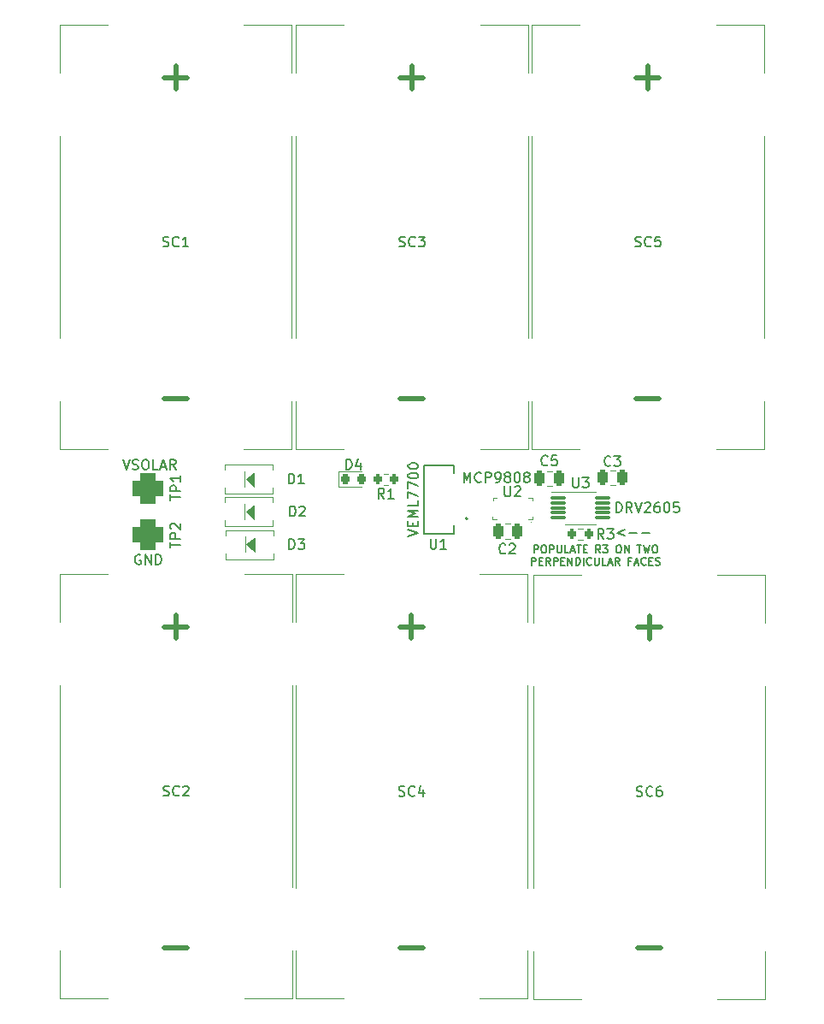
<source format=gbr>
%TF.GenerationSoftware,KiCad,Pcbnew,(6.0.11)*%
%TF.CreationDate,2023-03-22T15:14:06-07:00*%
%TF.ProjectId,solar-panel-NoCutout,736f6c61-722d-4706-916e-656c2d4e6f43,3.0*%
%TF.SameCoordinates,Original*%
%TF.FileFunction,Legend,Top*%
%TF.FilePolarity,Positive*%
%FSLAX46Y46*%
G04 Gerber Fmt 4.6, Leading zero omitted, Abs format (unit mm)*
G04 Created by KiCad (PCBNEW (6.0.11)) date 2023-03-22 15:14:06*
%MOMM*%
%LPD*%
G01*
G04 APERTURE LIST*
G04 Aperture macros list*
%AMRoundRect*
0 Rectangle with rounded corners*
0 $1 Rounding radius*
0 $2 $3 $4 $5 $6 $7 $8 $9 X,Y pos of 4 corners*
0 Add a 4 corners polygon primitive as box body*
4,1,4,$2,$3,$4,$5,$6,$7,$8,$9,$2,$3,0*
0 Add four circle primitives for the rounded corners*
1,1,$1+$1,$2,$3*
1,1,$1+$1,$4,$5*
1,1,$1+$1,$6,$7*
1,1,$1+$1,$8,$9*
0 Add four rect primitives between the rounded corners*
20,1,$1+$1,$2,$3,$4,$5,0*
20,1,$1+$1,$4,$5,$6,$7,0*
20,1,$1+$1,$6,$7,$8,$9,0*
20,1,$1+$1,$8,$9,$2,$3,0*%
G04 Aperture macros list end*
%ADD10C,0.150000*%
%ADD11C,0.500000*%
%ADD12C,0.120000*%
%ADD13C,0.100000*%
%ADD14C,0.127000*%
%ADD15C,0.200000*%
%ADD16C,5.250000*%
%ADD17R,0.750000X0.300000*%
%ADD18R,1.750000X1.450000*%
%ADD19R,13.000000X3.000000*%
%ADD20RoundRect,0.750000X0.750000X-0.750000X0.750000X0.750000X-0.750000X0.750000X-0.750000X-0.750000X0*%
%ADD21R,2.500000X1.700000*%
%ADD22RoundRect,0.250000X-0.250000X-0.475000X0.250000X-0.475000X0.250000X0.475000X-0.250000X0.475000X0*%
%ADD23RoundRect,0.250000X0.250000X0.475000X-0.250000X0.475000X-0.250000X-0.475000X0.250000X-0.475000X0*%
%ADD24R,1.600000X0.700000*%
%ADD25RoundRect,0.200000X0.200000X0.275000X-0.200000X0.275000X-0.200000X-0.275000X0.200000X-0.275000X0*%
%ADD26RoundRect,0.218750X-0.218750X-0.256250X0.218750X-0.256250X0.218750X0.256250X-0.218750X0.256250X0*%
%ADD27RoundRect,0.075000X-0.650000X-0.075000X0.650000X-0.075000X0.650000X0.075000X-0.650000X0.075000X0*%
G04 APERTURE END LIST*
D10*
X117598095Y-119010000D02*
X117502857Y-118962380D01*
X117360000Y-118962380D01*
X117217142Y-119010000D01*
X117121904Y-119105238D01*
X117074285Y-119200476D01*
X117026666Y-119390952D01*
X117026666Y-119533809D01*
X117074285Y-119724285D01*
X117121904Y-119819523D01*
X117217142Y-119914761D01*
X117360000Y-119962380D01*
X117455238Y-119962380D01*
X117598095Y-119914761D01*
X117645714Y-119867142D01*
X117645714Y-119533809D01*
X117455238Y-119533809D01*
X118074285Y-119962380D02*
X118074285Y-118962380D01*
X118645714Y-119962380D01*
X118645714Y-118962380D01*
X119121904Y-119962380D02*
X119121904Y-118962380D01*
X119360000Y-118962380D01*
X119502857Y-119010000D01*
X119598095Y-119105238D01*
X119645714Y-119200476D01*
X119693333Y-119390952D01*
X119693333Y-119533809D01*
X119645714Y-119724285D01*
X119598095Y-119819523D01*
X119502857Y-119914761D01*
X119360000Y-119962380D01*
X119121904Y-119962380D01*
X149621904Y-111852380D02*
X149621904Y-110852380D01*
X149955238Y-111566666D01*
X150288571Y-110852380D01*
X150288571Y-111852380D01*
X151336190Y-111757142D02*
X151288571Y-111804761D01*
X151145714Y-111852380D01*
X151050476Y-111852380D01*
X150907619Y-111804761D01*
X150812380Y-111709523D01*
X150764761Y-111614285D01*
X150717142Y-111423809D01*
X150717142Y-111280952D01*
X150764761Y-111090476D01*
X150812380Y-110995238D01*
X150907619Y-110900000D01*
X151050476Y-110852380D01*
X151145714Y-110852380D01*
X151288571Y-110900000D01*
X151336190Y-110947619D01*
X151764761Y-111852380D02*
X151764761Y-110852380D01*
X152145714Y-110852380D01*
X152240952Y-110900000D01*
X152288571Y-110947619D01*
X152336190Y-111042857D01*
X152336190Y-111185714D01*
X152288571Y-111280952D01*
X152240952Y-111328571D01*
X152145714Y-111376190D01*
X151764761Y-111376190D01*
X152812380Y-111852380D02*
X153002857Y-111852380D01*
X153098095Y-111804761D01*
X153145714Y-111757142D01*
X153240952Y-111614285D01*
X153288571Y-111423809D01*
X153288571Y-111042857D01*
X153240952Y-110947619D01*
X153193333Y-110900000D01*
X153098095Y-110852380D01*
X152907619Y-110852380D01*
X152812380Y-110900000D01*
X152764761Y-110947619D01*
X152717142Y-111042857D01*
X152717142Y-111280952D01*
X152764761Y-111376190D01*
X152812380Y-111423809D01*
X152907619Y-111471428D01*
X153098095Y-111471428D01*
X153193333Y-111423809D01*
X153240952Y-111376190D01*
X153288571Y-111280952D01*
X153860000Y-111280952D02*
X153764761Y-111233333D01*
X153717142Y-111185714D01*
X153669523Y-111090476D01*
X153669523Y-111042857D01*
X153717142Y-110947619D01*
X153764761Y-110900000D01*
X153860000Y-110852380D01*
X154050476Y-110852380D01*
X154145714Y-110900000D01*
X154193333Y-110947619D01*
X154240952Y-111042857D01*
X154240952Y-111090476D01*
X154193333Y-111185714D01*
X154145714Y-111233333D01*
X154050476Y-111280952D01*
X153860000Y-111280952D01*
X153764761Y-111328571D01*
X153717142Y-111376190D01*
X153669523Y-111471428D01*
X153669523Y-111661904D01*
X153717142Y-111757142D01*
X153764761Y-111804761D01*
X153860000Y-111852380D01*
X154050476Y-111852380D01*
X154145714Y-111804761D01*
X154193333Y-111757142D01*
X154240952Y-111661904D01*
X154240952Y-111471428D01*
X154193333Y-111376190D01*
X154145714Y-111328571D01*
X154050476Y-111280952D01*
X154860000Y-110852380D02*
X154955238Y-110852380D01*
X155050476Y-110900000D01*
X155098095Y-110947619D01*
X155145714Y-111042857D01*
X155193333Y-111233333D01*
X155193333Y-111471428D01*
X155145714Y-111661904D01*
X155098095Y-111757142D01*
X155050476Y-111804761D01*
X154955238Y-111852380D01*
X154860000Y-111852380D01*
X154764761Y-111804761D01*
X154717142Y-111757142D01*
X154669523Y-111661904D01*
X154621904Y-111471428D01*
X154621904Y-111233333D01*
X154669523Y-111042857D01*
X154717142Y-110947619D01*
X154764761Y-110900000D01*
X154860000Y-110852380D01*
X155764761Y-111280952D02*
X155669523Y-111233333D01*
X155621904Y-111185714D01*
X155574285Y-111090476D01*
X155574285Y-111042857D01*
X155621904Y-110947619D01*
X155669523Y-110900000D01*
X155764761Y-110852380D01*
X155955238Y-110852380D01*
X156050476Y-110900000D01*
X156098095Y-110947619D01*
X156145714Y-111042857D01*
X156145714Y-111090476D01*
X156098095Y-111185714D01*
X156050476Y-111233333D01*
X155955238Y-111280952D01*
X155764761Y-111280952D01*
X155669523Y-111328571D01*
X155621904Y-111376190D01*
X155574285Y-111471428D01*
X155574285Y-111661904D01*
X155621904Y-111757142D01*
X155669523Y-111804761D01*
X155764761Y-111852380D01*
X155955238Y-111852380D01*
X156050476Y-111804761D01*
X156098095Y-111757142D01*
X156145714Y-111661904D01*
X156145714Y-111471428D01*
X156098095Y-111376190D01*
X156050476Y-111328571D01*
X155955238Y-111280952D01*
X165552857Y-116545714D02*
X164790952Y-116831428D01*
X165552857Y-117117142D01*
X166029047Y-116831428D02*
X166790952Y-116831428D01*
X167267142Y-116831428D02*
X168029047Y-116831428D01*
X144112380Y-117176666D02*
X145112380Y-116843333D01*
X144112380Y-116510000D01*
X144588571Y-116176666D02*
X144588571Y-115843333D01*
X145112380Y-115700476D02*
X145112380Y-116176666D01*
X144112380Y-116176666D01*
X144112380Y-115700476D01*
X145112380Y-115271904D02*
X144112380Y-115271904D01*
X144826666Y-114938571D01*
X144112380Y-114605238D01*
X145112380Y-114605238D01*
X145112380Y-113652857D02*
X145112380Y-114129047D01*
X144112380Y-114129047D01*
X144112380Y-113414761D02*
X144112380Y-112748095D01*
X145112380Y-113176666D01*
X144112380Y-112462380D02*
X144112380Y-111795714D01*
X145112380Y-112224285D01*
X144112380Y-111224285D02*
X144112380Y-111129047D01*
X144160000Y-111033809D01*
X144207619Y-110986190D01*
X144302857Y-110938571D01*
X144493333Y-110890952D01*
X144731428Y-110890952D01*
X144921904Y-110938571D01*
X145017142Y-110986190D01*
X145064761Y-111033809D01*
X145112380Y-111129047D01*
X145112380Y-111224285D01*
X145064761Y-111319523D01*
X145017142Y-111367142D01*
X144921904Y-111414761D01*
X144731428Y-111462380D01*
X144493333Y-111462380D01*
X144302857Y-111414761D01*
X144207619Y-111367142D01*
X144160000Y-111319523D01*
X144112380Y-111224285D01*
X144112380Y-110271904D02*
X144112380Y-110176666D01*
X144160000Y-110081428D01*
X144207619Y-110033809D01*
X144302857Y-109986190D01*
X144493333Y-109938571D01*
X144731428Y-109938571D01*
X144921904Y-109986190D01*
X145017142Y-110033809D01*
X145064761Y-110081428D01*
X145112380Y-110176666D01*
X145112380Y-110271904D01*
X145064761Y-110367142D01*
X145017142Y-110414761D01*
X144921904Y-110462380D01*
X144731428Y-110510000D01*
X144493333Y-110510000D01*
X144302857Y-110462380D01*
X144207619Y-110414761D01*
X144160000Y-110367142D01*
X144112380Y-110271904D01*
X164724761Y-114812380D02*
X164724761Y-113812380D01*
X164962857Y-113812380D01*
X165105714Y-113860000D01*
X165200952Y-113955238D01*
X165248571Y-114050476D01*
X165296190Y-114240952D01*
X165296190Y-114383809D01*
X165248571Y-114574285D01*
X165200952Y-114669523D01*
X165105714Y-114764761D01*
X164962857Y-114812380D01*
X164724761Y-114812380D01*
X166296190Y-114812380D02*
X165962857Y-114336190D01*
X165724761Y-114812380D02*
X165724761Y-113812380D01*
X166105714Y-113812380D01*
X166200952Y-113860000D01*
X166248571Y-113907619D01*
X166296190Y-114002857D01*
X166296190Y-114145714D01*
X166248571Y-114240952D01*
X166200952Y-114288571D01*
X166105714Y-114336190D01*
X165724761Y-114336190D01*
X166581904Y-113812380D02*
X166915238Y-114812380D01*
X167248571Y-113812380D01*
X167534285Y-113907619D02*
X167581904Y-113860000D01*
X167677142Y-113812380D01*
X167915238Y-113812380D01*
X168010476Y-113860000D01*
X168058095Y-113907619D01*
X168105714Y-114002857D01*
X168105714Y-114098095D01*
X168058095Y-114240952D01*
X167486666Y-114812380D01*
X168105714Y-114812380D01*
X168962857Y-113812380D02*
X168772380Y-113812380D01*
X168677142Y-113860000D01*
X168629523Y-113907619D01*
X168534285Y-114050476D01*
X168486666Y-114240952D01*
X168486666Y-114621904D01*
X168534285Y-114717142D01*
X168581904Y-114764761D01*
X168677142Y-114812380D01*
X168867619Y-114812380D01*
X168962857Y-114764761D01*
X169010476Y-114717142D01*
X169058095Y-114621904D01*
X169058095Y-114383809D01*
X169010476Y-114288571D01*
X168962857Y-114240952D01*
X168867619Y-114193333D01*
X168677142Y-114193333D01*
X168581904Y-114240952D01*
X168534285Y-114288571D01*
X168486666Y-114383809D01*
X169677142Y-113812380D02*
X169772380Y-113812380D01*
X169867619Y-113860000D01*
X169915238Y-113907619D01*
X169962857Y-114002857D01*
X170010476Y-114193333D01*
X170010476Y-114431428D01*
X169962857Y-114621904D01*
X169915238Y-114717142D01*
X169867619Y-114764761D01*
X169772380Y-114812380D01*
X169677142Y-114812380D01*
X169581904Y-114764761D01*
X169534285Y-114717142D01*
X169486666Y-114621904D01*
X169439047Y-114431428D01*
X169439047Y-114193333D01*
X169486666Y-114002857D01*
X169534285Y-113907619D01*
X169581904Y-113860000D01*
X169677142Y-113812380D01*
X170915238Y-113812380D02*
X170439047Y-113812380D01*
X170391428Y-114288571D01*
X170439047Y-114240952D01*
X170534285Y-114193333D01*
X170772380Y-114193333D01*
X170867619Y-114240952D01*
X170915238Y-114288571D01*
X170962857Y-114383809D01*
X170962857Y-114621904D01*
X170915238Y-114717142D01*
X170867619Y-114764761D01*
X170772380Y-114812380D01*
X170534285Y-114812380D01*
X170439047Y-114764761D01*
X170391428Y-114717142D01*
X156580714Y-118815535D02*
X156580714Y-118065535D01*
X156866428Y-118065535D01*
X156937857Y-118101250D01*
X156973571Y-118136964D01*
X157009285Y-118208392D01*
X157009285Y-118315535D01*
X156973571Y-118386964D01*
X156937857Y-118422678D01*
X156866428Y-118458392D01*
X156580714Y-118458392D01*
X157473571Y-118065535D02*
X157616428Y-118065535D01*
X157687857Y-118101250D01*
X157759285Y-118172678D01*
X157795000Y-118315535D01*
X157795000Y-118565535D01*
X157759285Y-118708392D01*
X157687857Y-118779821D01*
X157616428Y-118815535D01*
X157473571Y-118815535D01*
X157402142Y-118779821D01*
X157330714Y-118708392D01*
X157295000Y-118565535D01*
X157295000Y-118315535D01*
X157330714Y-118172678D01*
X157402142Y-118101250D01*
X157473571Y-118065535D01*
X158116428Y-118815535D02*
X158116428Y-118065535D01*
X158402142Y-118065535D01*
X158473571Y-118101250D01*
X158509285Y-118136964D01*
X158545000Y-118208392D01*
X158545000Y-118315535D01*
X158509285Y-118386964D01*
X158473571Y-118422678D01*
X158402142Y-118458392D01*
X158116428Y-118458392D01*
X158866428Y-118065535D02*
X158866428Y-118672678D01*
X158902142Y-118744107D01*
X158937857Y-118779821D01*
X159009285Y-118815535D01*
X159152142Y-118815535D01*
X159223571Y-118779821D01*
X159259285Y-118744107D01*
X159295000Y-118672678D01*
X159295000Y-118065535D01*
X160009285Y-118815535D02*
X159652142Y-118815535D01*
X159652142Y-118065535D01*
X160223571Y-118601250D02*
X160580714Y-118601250D01*
X160152142Y-118815535D02*
X160402142Y-118065535D01*
X160652142Y-118815535D01*
X160795000Y-118065535D02*
X161223571Y-118065535D01*
X161009285Y-118815535D02*
X161009285Y-118065535D01*
X161473571Y-118422678D02*
X161723571Y-118422678D01*
X161830714Y-118815535D02*
X161473571Y-118815535D01*
X161473571Y-118065535D01*
X161830714Y-118065535D01*
X163152142Y-118815535D02*
X162902142Y-118458392D01*
X162723571Y-118815535D02*
X162723571Y-118065535D01*
X163009285Y-118065535D01*
X163080714Y-118101250D01*
X163116428Y-118136964D01*
X163152142Y-118208392D01*
X163152142Y-118315535D01*
X163116428Y-118386964D01*
X163080714Y-118422678D01*
X163009285Y-118458392D01*
X162723571Y-118458392D01*
X163402142Y-118065535D02*
X163866428Y-118065535D01*
X163616428Y-118351250D01*
X163723571Y-118351250D01*
X163795000Y-118386964D01*
X163830714Y-118422678D01*
X163866428Y-118494107D01*
X163866428Y-118672678D01*
X163830714Y-118744107D01*
X163795000Y-118779821D01*
X163723571Y-118815535D01*
X163509285Y-118815535D01*
X163437857Y-118779821D01*
X163402142Y-118744107D01*
X164902142Y-118065535D02*
X165045000Y-118065535D01*
X165116428Y-118101250D01*
X165187857Y-118172678D01*
X165223571Y-118315535D01*
X165223571Y-118565535D01*
X165187857Y-118708392D01*
X165116428Y-118779821D01*
X165045000Y-118815535D01*
X164902142Y-118815535D01*
X164830714Y-118779821D01*
X164759285Y-118708392D01*
X164723571Y-118565535D01*
X164723571Y-118315535D01*
X164759285Y-118172678D01*
X164830714Y-118101250D01*
X164902142Y-118065535D01*
X165545000Y-118815535D02*
X165545000Y-118065535D01*
X165973571Y-118815535D01*
X165973571Y-118065535D01*
X166795000Y-118065535D02*
X167223571Y-118065535D01*
X167009285Y-118815535D02*
X167009285Y-118065535D01*
X167402142Y-118065535D02*
X167580714Y-118815535D01*
X167723571Y-118279821D01*
X167866428Y-118815535D01*
X168045000Y-118065535D01*
X168473571Y-118065535D02*
X168616428Y-118065535D01*
X168687857Y-118101250D01*
X168759285Y-118172678D01*
X168795000Y-118315535D01*
X168795000Y-118565535D01*
X168759285Y-118708392D01*
X168687857Y-118779821D01*
X168616428Y-118815535D01*
X168473571Y-118815535D01*
X168402142Y-118779821D01*
X168330714Y-118708392D01*
X168295000Y-118565535D01*
X168295000Y-118315535D01*
X168330714Y-118172678D01*
X168402142Y-118101250D01*
X168473571Y-118065535D01*
X156330714Y-120023035D02*
X156330714Y-119273035D01*
X156616428Y-119273035D01*
X156687857Y-119308750D01*
X156723571Y-119344464D01*
X156759285Y-119415892D01*
X156759285Y-119523035D01*
X156723571Y-119594464D01*
X156687857Y-119630178D01*
X156616428Y-119665892D01*
X156330714Y-119665892D01*
X157080714Y-119630178D02*
X157330714Y-119630178D01*
X157437857Y-120023035D02*
X157080714Y-120023035D01*
X157080714Y-119273035D01*
X157437857Y-119273035D01*
X158187857Y-120023035D02*
X157937857Y-119665892D01*
X157759285Y-120023035D02*
X157759285Y-119273035D01*
X158045000Y-119273035D01*
X158116428Y-119308750D01*
X158152142Y-119344464D01*
X158187857Y-119415892D01*
X158187857Y-119523035D01*
X158152142Y-119594464D01*
X158116428Y-119630178D01*
X158045000Y-119665892D01*
X157759285Y-119665892D01*
X158509285Y-120023035D02*
X158509285Y-119273035D01*
X158795000Y-119273035D01*
X158866428Y-119308750D01*
X158902142Y-119344464D01*
X158937857Y-119415892D01*
X158937857Y-119523035D01*
X158902142Y-119594464D01*
X158866428Y-119630178D01*
X158795000Y-119665892D01*
X158509285Y-119665892D01*
X159259285Y-119630178D02*
X159509285Y-119630178D01*
X159616428Y-120023035D02*
X159259285Y-120023035D01*
X159259285Y-119273035D01*
X159616428Y-119273035D01*
X159937857Y-120023035D02*
X159937857Y-119273035D01*
X160366428Y-120023035D01*
X160366428Y-119273035D01*
X160723571Y-120023035D02*
X160723571Y-119273035D01*
X160902142Y-119273035D01*
X161009285Y-119308750D01*
X161080714Y-119380178D01*
X161116428Y-119451607D01*
X161152142Y-119594464D01*
X161152142Y-119701607D01*
X161116428Y-119844464D01*
X161080714Y-119915892D01*
X161009285Y-119987321D01*
X160902142Y-120023035D01*
X160723571Y-120023035D01*
X161473571Y-120023035D02*
X161473571Y-119273035D01*
X162259285Y-119951607D02*
X162223571Y-119987321D01*
X162116428Y-120023035D01*
X162045000Y-120023035D01*
X161937857Y-119987321D01*
X161866428Y-119915892D01*
X161830714Y-119844464D01*
X161795000Y-119701607D01*
X161795000Y-119594464D01*
X161830714Y-119451607D01*
X161866428Y-119380178D01*
X161937857Y-119308750D01*
X162045000Y-119273035D01*
X162116428Y-119273035D01*
X162223571Y-119308750D01*
X162259285Y-119344464D01*
X162580714Y-119273035D02*
X162580714Y-119880178D01*
X162616428Y-119951607D01*
X162652142Y-119987321D01*
X162723571Y-120023035D01*
X162866428Y-120023035D01*
X162937857Y-119987321D01*
X162973571Y-119951607D01*
X163009285Y-119880178D01*
X163009285Y-119273035D01*
X163723571Y-120023035D02*
X163366428Y-120023035D01*
X163366428Y-119273035D01*
X163937857Y-119808750D02*
X164295000Y-119808750D01*
X163866428Y-120023035D02*
X164116428Y-119273035D01*
X164366428Y-120023035D01*
X165045000Y-120023035D02*
X164795000Y-119665892D01*
X164616428Y-120023035D02*
X164616428Y-119273035D01*
X164902142Y-119273035D01*
X164973571Y-119308750D01*
X165009285Y-119344464D01*
X165045000Y-119415892D01*
X165045000Y-119523035D01*
X165009285Y-119594464D01*
X164973571Y-119630178D01*
X164902142Y-119665892D01*
X164616428Y-119665892D01*
X166187857Y-119630178D02*
X165937857Y-119630178D01*
X165937857Y-120023035D02*
X165937857Y-119273035D01*
X166295000Y-119273035D01*
X166545000Y-119808750D02*
X166902142Y-119808750D01*
X166473571Y-120023035D02*
X166723571Y-119273035D01*
X166973571Y-120023035D01*
X167652142Y-119951607D02*
X167616428Y-119987321D01*
X167509285Y-120023035D01*
X167437857Y-120023035D01*
X167330714Y-119987321D01*
X167259285Y-119915892D01*
X167223571Y-119844464D01*
X167187857Y-119701607D01*
X167187857Y-119594464D01*
X167223571Y-119451607D01*
X167259285Y-119380178D01*
X167330714Y-119308750D01*
X167437857Y-119273035D01*
X167509285Y-119273035D01*
X167616428Y-119308750D01*
X167652142Y-119344464D01*
X167973571Y-119630178D02*
X168223571Y-119630178D01*
X168330714Y-120023035D02*
X167973571Y-120023035D01*
X167973571Y-119273035D01*
X168330714Y-119273035D01*
X168616428Y-119987321D02*
X168723571Y-120023035D01*
X168902142Y-120023035D01*
X168973571Y-119987321D01*
X169009285Y-119951607D01*
X169045000Y-119880178D01*
X169045000Y-119808750D01*
X169009285Y-119737321D01*
X168973571Y-119701607D01*
X168902142Y-119665892D01*
X168759285Y-119630178D01*
X168687857Y-119594464D01*
X168652142Y-119558750D01*
X168616428Y-119487321D01*
X168616428Y-119415892D01*
X168652142Y-119344464D01*
X168687857Y-119308750D01*
X168759285Y-119273035D01*
X168937857Y-119273035D01*
X169045000Y-119308750D01*
X115853333Y-109582380D02*
X116186666Y-110582380D01*
X116520000Y-109582380D01*
X116805714Y-110534761D02*
X116948571Y-110582380D01*
X117186666Y-110582380D01*
X117281904Y-110534761D01*
X117329523Y-110487142D01*
X117377142Y-110391904D01*
X117377142Y-110296666D01*
X117329523Y-110201428D01*
X117281904Y-110153809D01*
X117186666Y-110106190D01*
X116996190Y-110058571D01*
X116900952Y-110010952D01*
X116853333Y-109963333D01*
X116805714Y-109868095D01*
X116805714Y-109772857D01*
X116853333Y-109677619D01*
X116900952Y-109630000D01*
X116996190Y-109582380D01*
X117234285Y-109582380D01*
X117377142Y-109630000D01*
X117996190Y-109582380D02*
X118186666Y-109582380D01*
X118281904Y-109630000D01*
X118377142Y-109725238D01*
X118424761Y-109915714D01*
X118424761Y-110249047D01*
X118377142Y-110439523D01*
X118281904Y-110534761D01*
X118186666Y-110582380D01*
X117996190Y-110582380D01*
X117900952Y-110534761D01*
X117805714Y-110439523D01*
X117758095Y-110249047D01*
X117758095Y-109915714D01*
X117805714Y-109725238D01*
X117900952Y-109630000D01*
X117996190Y-109582380D01*
X119329523Y-110582380D02*
X118853333Y-110582380D01*
X118853333Y-109582380D01*
X119615238Y-110296666D02*
X120091428Y-110296666D01*
X119520000Y-110582380D02*
X119853333Y-109582380D01*
X120186666Y-110582380D01*
X121091428Y-110582380D02*
X120758095Y-110106190D01*
X120520000Y-110582380D02*
X120520000Y-109582380D01*
X120900952Y-109582380D01*
X120996190Y-109630000D01*
X121043809Y-109677619D01*
X121091428Y-109772857D01*
X121091428Y-109915714D01*
X121043809Y-110010952D01*
X120996190Y-110058571D01*
X120900952Y-110106190D01*
X120520000Y-110106190D01*
%TO.C,J2*%
X106206666Y-69762380D02*
X106206666Y-70476666D01*
X106159047Y-70619523D01*
X106063809Y-70714761D01*
X105920952Y-70762380D01*
X105825714Y-70762380D01*
X106635238Y-69857619D02*
X106682857Y-69810000D01*
X106778095Y-69762380D01*
X107016190Y-69762380D01*
X107111428Y-69810000D01*
X107159047Y-69857619D01*
X107206666Y-69952857D01*
X107206666Y-70048095D01*
X107159047Y-70190952D01*
X106587619Y-70762380D01*
X107206666Y-70762380D01*
%TO.C,J3*%
X106086666Y-158882380D02*
X106086666Y-159596666D01*
X106039047Y-159739523D01*
X105943809Y-159834761D01*
X105800952Y-159882380D01*
X105705714Y-159882380D01*
X106467619Y-158882380D02*
X107086666Y-158882380D01*
X106753333Y-159263333D01*
X106896190Y-159263333D01*
X106991428Y-159310952D01*
X107039047Y-159358571D01*
X107086666Y-159453809D01*
X107086666Y-159691904D01*
X107039047Y-159787142D01*
X106991428Y-159834761D01*
X106896190Y-159882380D01*
X106610476Y-159882380D01*
X106515238Y-159834761D01*
X106467619Y-159787142D01*
%TO.C,J4*%
X182266666Y-69832380D02*
X182266666Y-70546666D01*
X182219047Y-70689523D01*
X182123809Y-70784761D01*
X181980952Y-70832380D01*
X181885714Y-70832380D01*
X183171428Y-70165714D02*
X183171428Y-70832380D01*
X182933333Y-69784761D02*
X182695238Y-70499047D01*
X183314285Y-70499047D01*
%TO.C,J5*%
X182046666Y-158822380D02*
X182046666Y-159536666D01*
X181999047Y-159679523D01*
X181903809Y-159774761D01*
X181760952Y-159822380D01*
X181665714Y-159822380D01*
X182999047Y-158822380D02*
X182522857Y-158822380D01*
X182475238Y-159298571D01*
X182522857Y-159250952D01*
X182618095Y-159203333D01*
X182856190Y-159203333D01*
X182951428Y-159250952D01*
X182999047Y-159298571D01*
X183046666Y-159393809D01*
X183046666Y-159631904D01*
X182999047Y-159727142D01*
X182951428Y-159774761D01*
X182856190Y-159822380D01*
X182618095Y-159822380D01*
X182522857Y-159774761D01*
X182475238Y-159727142D01*
%TO.C,U2*%
X153668095Y-112212380D02*
X153668095Y-113021904D01*
X153715714Y-113117142D01*
X153763333Y-113164761D01*
X153858571Y-113212380D01*
X154049047Y-113212380D01*
X154144285Y-113164761D01*
X154191904Y-113117142D01*
X154239523Y-113021904D01*
X154239523Y-112212380D01*
X154668095Y-112307619D02*
X154715714Y-112260000D01*
X154810952Y-112212380D01*
X155049047Y-112212380D01*
X155144285Y-112260000D01*
X155191904Y-112307619D01*
X155239523Y-112402857D01*
X155239523Y-112498095D01*
X155191904Y-112640952D01*
X154620476Y-113212380D01*
X155239523Y-113212380D01*
%TO.C,SC5*%
X166598095Y-88474761D02*
X166740952Y-88522380D01*
X166979047Y-88522380D01*
X167074285Y-88474761D01*
X167121904Y-88427142D01*
X167169523Y-88331904D01*
X167169523Y-88236666D01*
X167121904Y-88141428D01*
X167074285Y-88093809D01*
X166979047Y-88046190D01*
X166788571Y-87998571D01*
X166693333Y-87950952D01*
X166645714Y-87903333D01*
X166598095Y-87808095D01*
X166598095Y-87712857D01*
X166645714Y-87617619D01*
X166693333Y-87570000D01*
X166788571Y-87522380D01*
X167026666Y-87522380D01*
X167169523Y-87570000D01*
X168169523Y-88427142D02*
X168121904Y-88474761D01*
X167979047Y-88522380D01*
X167883809Y-88522380D01*
X167740952Y-88474761D01*
X167645714Y-88379523D01*
X167598095Y-88284285D01*
X167550476Y-88093809D01*
X167550476Y-87950952D01*
X167598095Y-87760476D01*
X167645714Y-87665238D01*
X167740952Y-87570000D01*
X167883809Y-87522380D01*
X167979047Y-87522380D01*
X168121904Y-87570000D01*
X168169523Y-87617619D01*
X169074285Y-87522380D02*
X168598095Y-87522380D01*
X168550476Y-87998571D01*
X168598095Y-87950952D01*
X168693333Y-87903333D01*
X168931428Y-87903333D01*
X169026666Y-87950952D01*
X169074285Y-87998571D01*
X169121904Y-88093809D01*
X169121904Y-88331904D01*
X169074285Y-88427142D01*
X169026666Y-88474761D01*
X168931428Y-88522380D01*
X168693333Y-88522380D01*
X168598095Y-88474761D01*
X168550476Y-88427142D01*
D11*
X166717142Y-71784285D02*
X169002857Y-71784285D01*
X167860000Y-72927142D02*
X167860000Y-70641428D01*
X166717142Y-103534285D02*
X169002857Y-103534285D01*
D10*
%TO.C,TP1*%
X120572380Y-113601904D02*
X120572380Y-113030476D01*
X121572380Y-113316190D02*
X120572380Y-113316190D01*
X121572380Y-112697142D02*
X120572380Y-112697142D01*
X120572380Y-112316190D01*
X120620000Y-112220952D01*
X120667619Y-112173333D01*
X120762857Y-112125714D01*
X120905714Y-112125714D01*
X121000952Y-112173333D01*
X121048571Y-112220952D01*
X121096190Y-112316190D01*
X121096190Y-112697142D01*
X121572380Y-111173333D02*
X121572380Y-111744761D01*
X121572380Y-111459047D02*
X120572380Y-111459047D01*
X120715238Y-111554285D01*
X120810476Y-111649523D01*
X120858095Y-111744761D01*
%TO.C,D3*%
X132311904Y-118452380D02*
X132311904Y-117452380D01*
X132550000Y-117452380D01*
X132692857Y-117500000D01*
X132788095Y-117595238D01*
X132835714Y-117690476D01*
X132883333Y-117880952D01*
X132883333Y-118023809D01*
X132835714Y-118214285D01*
X132788095Y-118309523D01*
X132692857Y-118404761D01*
X132550000Y-118452380D01*
X132311904Y-118452380D01*
X133216666Y-117452380D02*
X133835714Y-117452380D01*
X133502380Y-117833333D01*
X133645238Y-117833333D01*
X133740476Y-117880952D01*
X133788095Y-117928571D01*
X133835714Y-118023809D01*
X133835714Y-118261904D01*
X133788095Y-118357142D01*
X133740476Y-118404761D01*
X133645238Y-118452380D01*
X133359523Y-118452380D01*
X133264285Y-118404761D01*
X133216666Y-118357142D01*
%TO.C,TP2*%
X120542380Y-118311904D02*
X120542380Y-117740476D01*
X121542380Y-118026190D02*
X120542380Y-118026190D01*
X121542380Y-117407142D02*
X120542380Y-117407142D01*
X120542380Y-117026190D01*
X120590000Y-116930952D01*
X120637619Y-116883333D01*
X120732857Y-116835714D01*
X120875714Y-116835714D01*
X120970952Y-116883333D01*
X121018571Y-116930952D01*
X121066190Y-117026190D01*
X121066190Y-117407142D01*
X120637619Y-116454761D02*
X120590000Y-116407142D01*
X120542380Y-116311904D01*
X120542380Y-116073809D01*
X120590000Y-115978571D01*
X120637619Y-115930952D01*
X120732857Y-115883333D01*
X120828095Y-115883333D01*
X120970952Y-115930952D01*
X121542380Y-116502380D01*
X121542380Y-115883333D01*
%TO.C,D1*%
X132281904Y-111962380D02*
X132281904Y-110962380D01*
X132520000Y-110962380D01*
X132662857Y-111010000D01*
X132758095Y-111105238D01*
X132805714Y-111200476D01*
X132853333Y-111390952D01*
X132853333Y-111533809D01*
X132805714Y-111724285D01*
X132758095Y-111819523D01*
X132662857Y-111914761D01*
X132520000Y-111962380D01*
X132281904Y-111962380D01*
X133805714Y-111962380D02*
X133234285Y-111962380D01*
X133520000Y-111962380D02*
X133520000Y-110962380D01*
X133424761Y-111105238D01*
X133329523Y-111200476D01*
X133234285Y-111248095D01*
%TO.C,SC3*%
X143228095Y-88474761D02*
X143370952Y-88522380D01*
X143609047Y-88522380D01*
X143704285Y-88474761D01*
X143751904Y-88427142D01*
X143799523Y-88331904D01*
X143799523Y-88236666D01*
X143751904Y-88141428D01*
X143704285Y-88093809D01*
X143609047Y-88046190D01*
X143418571Y-87998571D01*
X143323333Y-87950952D01*
X143275714Y-87903333D01*
X143228095Y-87808095D01*
X143228095Y-87712857D01*
X143275714Y-87617619D01*
X143323333Y-87570000D01*
X143418571Y-87522380D01*
X143656666Y-87522380D01*
X143799523Y-87570000D01*
X144799523Y-88427142D02*
X144751904Y-88474761D01*
X144609047Y-88522380D01*
X144513809Y-88522380D01*
X144370952Y-88474761D01*
X144275714Y-88379523D01*
X144228095Y-88284285D01*
X144180476Y-88093809D01*
X144180476Y-87950952D01*
X144228095Y-87760476D01*
X144275714Y-87665238D01*
X144370952Y-87570000D01*
X144513809Y-87522380D01*
X144609047Y-87522380D01*
X144751904Y-87570000D01*
X144799523Y-87617619D01*
X145132857Y-87522380D02*
X145751904Y-87522380D01*
X145418571Y-87903333D01*
X145561428Y-87903333D01*
X145656666Y-87950952D01*
X145704285Y-87998571D01*
X145751904Y-88093809D01*
X145751904Y-88331904D01*
X145704285Y-88427142D01*
X145656666Y-88474761D01*
X145561428Y-88522380D01*
X145275714Y-88522380D01*
X145180476Y-88474761D01*
X145132857Y-88427142D01*
D11*
X143347142Y-103534285D02*
X145632857Y-103534285D01*
X143347142Y-71784285D02*
X145632857Y-71784285D01*
X144490000Y-72927142D02*
X144490000Y-70641428D01*
D10*
%TO.C,SC4*%
X143188095Y-142844761D02*
X143330952Y-142892380D01*
X143569047Y-142892380D01*
X143664285Y-142844761D01*
X143711904Y-142797142D01*
X143759523Y-142701904D01*
X143759523Y-142606666D01*
X143711904Y-142511428D01*
X143664285Y-142463809D01*
X143569047Y-142416190D01*
X143378571Y-142368571D01*
X143283333Y-142320952D01*
X143235714Y-142273333D01*
X143188095Y-142178095D01*
X143188095Y-142082857D01*
X143235714Y-141987619D01*
X143283333Y-141940000D01*
X143378571Y-141892380D01*
X143616666Y-141892380D01*
X143759523Y-141940000D01*
X144759523Y-142797142D02*
X144711904Y-142844761D01*
X144569047Y-142892380D01*
X144473809Y-142892380D01*
X144330952Y-142844761D01*
X144235714Y-142749523D01*
X144188095Y-142654285D01*
X144140476Y-142463809D01*
X144140476Y-142320952D01*
X144188095Y-142130476D01*
X144235714Y-142035238D01*
X144330952Y-141940000D01*
X144473809Y-141892380D01*
X144569047Y-141892380D01*
X144711904Y-141940000D01*
X144759523Y-141987619D01*
X145616666Y-142225714D02*
X145616666Y-142892380D01*
X145378571Y-141844761D02*
X145140476Y-142559047D01*
X145759523Y-142559047D01*
D11*
X143307142Y-157904285D02*
X145592857Y-157904285D01*
X143307142Y-126154285D02*
X145592857Y-126154285D01*
X144450000Y-127297142D02*
X144450000Y-125011428D01*
D10*
%TO.C,SC2*%
X119858095Y-142824761D02*
X120000952Y-142872380D01*
X120239047Y-142872380D01*
X120334285Y-142824761D01*
X120381904Y-142777142D01*
X120429523Y-142681904D01*
X120429523Y-142586666D01*
X120381904Y-142491428D01*
X120334285Y-142443809D01*
X120239047Y-142396190D01*
X120048571Y-142348571D01*
X119953333Y-142300952D01*
X119905714Y-142253333D01*
X119858095Y-142158095D01*
X119858095Y-142062857D01*
X119905714Y-141967619D01*
X119953333Y-141920000D01*
X120048571Y-141872380D01*
X120286666Y-141872380D01*
X120429523Y-141920000D01*
X121429523Y-142777142D02*
X121381904Y-142824761D01*
X121239047Y-142872380D01*
X121143809Y-142872380D01*
X121000952Y-142824761D01*
X120905714Y-142729523D01*
X120858095Y-142634285D01*
X120810476Y-142443809D01*
X120810476Y-142300952D01*
X120858095Y-142110476D01*
X120905714Y-142015238D01*
X121000952Y-141920000D01*
X121143809Y-141872380D01*
X121239047Y-141872380D01*
X121381904Y-141920000D01*
X121429523Y-141967619D01*
X121810476Y-141967619D02*
X121858095Y-141920000D01*
X121953333Y-141872380D01*
X122191428Y-141872380D01*
X122286666Y-141920000D01*
X122334285Y-141967619D01*
X122381904Y-142062857D01*
X122381904Y-142158095D01*
X122334285Y-142300952D01*
X121762857Y-142872380D01*
X122381904Y-142872380D01*
D11*
X119977142Y-126134285D02*
X122262857Y-126134285D01*
X121120000Y-127277142D02*
X121120000Y-124991428D01*
X119977142Y-157884285D02*
X122262857Y-157884285D01*
D10*
%TO.C,D2*%
X132391904Y-115182380D02*
X132391904Y-114182380D01*
X132630000Y-114182380D01*
X132772857Y-114230000D01*
X132868095Y-114325238D01*
X132915714Y-114420476D01*
X132963333Y-114610952D01*
X132963333Y-114753809D01*
X132915714Y-114944285D01*
X132868095Y-115039523D01*
X132772857Y-115134761D01*
X132630000Y-115182380D01*
X132391904Y-115182380D01*
X133344285Y-114277619D02*
X133391904Y-114230000D01*
X133487142Y-114182380D01*
X133725238Y-114182380D01*
X133820476Y-114230000D01*
X133868095Y-114277619D01*
X133915714Y-114372857D01*
X133915714Y-114468095D01*
X133868095Y-114610952D01*
X133296666Y-115182380D01*
X133915714Y-115182380D01*
%TO.C,SC6*%
X166738095Y-142874761D02*
X166880952Y-142922380D01*
X167119047Y-142922380D01*
X167214285Y-142874761D01*
X167261904Y-142827142D01*
X167309523Y-142731904D01*
X167309523Y-142636666D01*
X167261904Y-142541428D01*
X167214285Y-142493809D01*
X167119047Y-142446190D01*
X166928571Y-142398571D01*
X166833333Y-142350952D01*
X166785714Y-142303333D01*
X166738095Y-142208095D01*
X166738095Y-142112857D01*
X166785714Y-142017619D01*
X166833333Y-141970000D01*
X166928571Y-141922380D01*
X167166666Y-141922380D01*
X167309523Y-141970000D01*
X168309523Y-142827142D02*
X168261904Y-142874761D01*
X168119047Y-142922380D01*
X168023809Y-142922380D01*
X167880952Y-142874761D01*
X167785714Y-142779523D01*
X167738095Y-142684285D01*
X167690476Y-142493809D01*
X167690476Y-142350952D01*
X167738095Y-142160476D01*
X167785714Y-142065238D01*
X167880952Y-141970000D01*
X168023809Y-141922380D01*
X168119047Y-141922380D01*
X168261904Y-141970000D01*
X168309523Y-142017619D01*
X169166666Y-141922380D02*
X168976190Y-141922380D01*
X168880952Y-141970000D01*
X168833333Y-142017619D01*
X168738095Y-142160476D01*
X168690476Y-142350952D01*
X168690476Y-142731904D01*
X168738095Y-142827142D01*
X168785714Y-142874761D01*
X168880952Y-142922380D01*
X169071428Y-142922380D01*
X169166666Y-142874761D01*
X169214285Y-142827142D01*
X169261904Y-142731904D01*
X169261904Y-142493809D01*
X169214285Y-142398571D01*
X169166666Y-142350952D01*
X169071428Y-142303333D01*
X168880952Y-142303333D01*
X168785714Y-142350952D01*
X168738095Y-142398571D01*
X168690476Y-142493809D01*
D11*
X166857142Y-157934285D02*
X169142857Y-157934285D01*
X166857142Y-126184285D02*
X169142857Y-126184285D01*
X168000000Y-127327142D02*
X168000000Y-125041428D01*
D10*
%TO.C,C2*%
X153753333Y-118807142D02*
X153705714Y-118854761D01*
X153562857Y-118902380D01*
X153467619Y-118902380D01*
X153324761Y-118854761D01*
X153229523Y-118759523D01*
X153181904Y-118664285D01*
X153134285Y-118473809D01*
X153134285Y-118330952D01*
X153181904Y-118140476D01*
X153229523Y-118045238D01*
X153324761Y-117950000D01*
X153467619Y-117902380D01*
X153562857Y-117902380D01*
X153705714Y-117950000D01*
X153753333Y-117997619D01*
X154134285Y-117997619D02*
X154181904Y-117950000D01*
X154277142Y-117902380D01*
X154515238Y-117902380D01*
X154610476Y-117950000D01*
X154658095Y-117997619D01*
X154705714Y-118092857D01*
X154705714Y-118188095D01*
X154658095Y-118330952D01*
X154086666Y-118902380D01*
X154705714Y-118902380D01*
%TO.C,C5*%
X157923333Y-110087142D02*
X157875714Y-110134761D01*
X157732857Y-110182380D01*
X157637619Y-110182380D01*
X157494761Y-110134761D01*
X157399523Y-110039523D01*
X157351904Y-109944285D01*
X157304285Y-109753809D01*
X157304285Y-109610952D01*
X157351904Y-109420476D01*
X157399523Y-109325238D01*
X157494761Y-109230000D01*
X157637619Y-109182380D01*
X157732857Y-109182380D01*
X157875714Y-109230000D01*
X157923333Y-109277619D01*
X158828095Y-109182380D02*
X158351904Y-109182380D01*
X158304285Y-109658571D01*
X158351904Y-109610952D01*
X158447142Y-109563333D01*
X158685238Y-109563333D01*
X158780476Y-109610952D01*
X158828095Y-109658571D01*
X158875714Y-109753809D01*
X158875714Y-109991904D01*
X158828095Y-110087142D01*
X158780476Y-110134761D01*
X158685238Y-110182380D01*
X158447142Y-110182380D01*
X158351904Y-110134761D01*
X158304285Y-110087142D01*
%TO.C,U1*%
X146318095Y-117412380D02*
X146318095Y-118221904D01*
X146365714Y-118317142D01*
X146413333Y-118364761D01*
X146508571Y-118412380D01*
X146699047Y-118412380D01*
X146794285Y-118364761D01*
X146841904Y-118317142D01*
X146889523Y-118221904D01*
X146889523Y-117412380D01*
X147889523Y-118412380D02*
X147318095Y-118412380D01*
X147603809Y-118412380D02*
X147603809Y-117412380D01*
X147508571Y-117555238D01*
X147413333Y-117650476D01*
X147318095Y-117698095D01*
%TO.C,R3*%
X163493333Y-117422380D02*
X163160000Y-116946190D01*
X162921904Y-117422380D02*
X162921904Y-116422380D01*
X163302857Y-116422380D01*
X163398095Y-116470000D01*
X163445714Y-116517619D01*
X163493333Y-116612857D01*
X163493333Y-116755714D01*
X163445714Y-116850952D01*
X163398095Y-116898571D01*
X163302857Y-116946190D01*
X162921904Y-116946190D01*
X163826666Y-116422380D02*
X164445714Y-116422380D01*
X164112380Y-116803333D01*
X164255238Y-116803333D01*
X164350476Y-116850952D01*
X164398095Y-116898571D01*
X164445714Y-116993809D01*
X164445714Y-117231904D01*
X164398095Y-117327142D01*
X164350476Y-117374761D01*
X164255238Y-117422380D01*
X163969523Y-117422380D01*
X163874285Y-117374761D01*
X163826666Y-117327142D01*
%TO.C,C3*%
X164173333Y-110127142D02*
X164125714Y-110174761D01*
X163982857Y-110222380D01*
X163887619Y-110222380D01*
X163744761Y-110174761D01*
X163649523Y-110079523D01*
X163601904Y-109984285D01*
X163554285Y-109793809D01*
X163554285Y-109650952D01*
X163601904Y-109460476D01*
X163649523Y-109365238D01*
X163744761Y-109270000D01*
X163887619Y-109222380D01*
X163982857Y-109222380D01*
X164125714Y-109270000D01*
X164173333Y-109317619D01*
X164506666Y-109222380D02*
X165125714Y-109222380D01*
X164792380Y-109603333D01*
X164935238Y-109603333D01*
X165030476Y-109650952D01*
X165078095Y-109698571D01*
X165125714Y-109793809D01*
X165125714Y-110031904D01*
X165078095Y-110127142D01*
X165030476Y-110174761D01*
X164935238Y-110222380D01*
X164649523Y-110222380D01*
X164554285Y-110174761D01*
X164506666Y-110127142D01*
%TO.C,D4*%
X137961904Y-110547380D02*
X137961904Y-109547380D01*
X138200000Y-109547380D01*
X138342857Y-109595000D01*
X138438095Y-109690238D01*
X138485714Y-109785476D01*
X138533333Y-109975952D01*
X138533333Y-110118809D01*
X138485714Y-110309285D01*
X138438095Y-110404523D01*
X138342857Y-110499761D01*
X138200000Y-110547380D01*
X137961904Y-110547380D01*
X139390476Y-109880714D02*
X139390476Y-110547380D01*
X139152380Y-109499761D02*
X138914285Y-110214047D01*
X139533333Y-110214047D01*
%TO.C,SC1*%
X119828095Y-88474761D02*
X119970952Y-88522380D01*
X120209047Y-88522380D01*
X120304285Y-88474761D01*
X120351904Y-88427142D01*
X120399523Y-88331904D01*
X120399523Y-88236666D01*
X120351904Y-88141428D01*
X120304285Y-88093809D01*
X120209047Y-88046190D01*
X120018571Y-87998571D01*
X119923333Y-87950952D01*
X119875714Y-87903333D01*
X119828095Y-87808095D01*
X119828095Y-87712857D01*
X119875714Y-87617619D01*
X119923333Y-87570000D01*
X120018571Y-87522380D01*
X120256666Y-87522380D01*
X120399523Y-87570000D01*
X121399523Y-88427142D02*
X121351904Y-88474761D01*
X121209047Y-88522380D01*
X121113809Y-88522380D01*
X120970952Y-88474761D01*
X120875714Y-88379523D01*
X120828095Y-88284285D01*
X120780476Y-88093809D01*
X120780476Y-87950952D01*
X120828095Y-87760476D01*
X120875714Y-87665238D01*
X120970952Y-87570000D01*
X121113809Y-87522380D01*
X121209047Y-87522380D01*
X121351904Y-87570000D01*
X121399523Y-87617619D01*
X122351904Y-88522380D02*
X121780476Y-88522380D01*
X122066190Y-88522380D02*
X122066190Y-87522380D01*
X121970952Y-87665238D01*
X121875714Y-87760476D01*
X121780476Y-87808095D01*
D11*
X119947142Y-71784285D02*
X122232857Y-71784285D01*
X121090000Y-72927142D02*
X121090000Y-70641428D01*
X119947142Y-103534285D02*
X122232857Y-103534285D01*
D10*
%TO.C,R1*%
X141733333Y-113432380D02*
X141400000Y-112956190D01*
X141161904Y-113432380D02*
X141161904Y-112432380D01*
X141542857Y-112432380D01*
X141638095Y-112480000D01*
X141685714Y-112527619D01*
X141733333Y-112622857D01*
X141733333Y-112765714D01*
X141685714Y-112860952D01*
X141638095Y-112908571D01*
X141542857Y-112956190D01*
X141161904Y-112956190D01*
X142685714Y-113432380D02*
X142114285Y-113432380D01*
X142400000Y-113432380D02*
X142400000Y-112432380D01*
X142304761Y-112575238D01*
X142209523Y-112670476D01*
X142114285Y-112718095D01*
%TO.C,U3*%
X160418095Y-111352380D02*
X160418095Y-112161904D01*
X160465714Y-112257142D01*
X160513333Y-112304761D01*
X160608571Y-112352380D01*
X160799047Y-112352380D01*
X160894285Y-112304761D01*
X160941904Y-112257142D01*
X160989523Y-112161904D01*
X160989523Y-111352380D01*
X161370476Y-111352380D02*
X161989523Y-111352380D01*
X161656190Y-111733333D01*
X161799047Y-111733333D01*
X161894285Y-111780952D01*
X161941904Y-111828571D01*
X161989523Y-111923809D01*
X161989523Y-112161904D01*
X161941904Y-112257142D01*
X161894285Y-112304761D01*
X161799047Y-112352380D01*
X161513333Y-112352380D01*
X161418095Y-112304761D01*
X161370476Y-112257142D01*
D12*
%TO.C,U2*%
X152500000Y-113370000D02*
X152500000Y-113620000D01*
X152450000Y-115470000D02*
X152450000Y-115220000D01*
X152800000Y-113370000D02*
X152900000Y-113370000D01*
X156450000Y-113370000D02*
X156150000Y-113370000D01*
X156400000Y-115470000D02*
X156400000Y-115220000D01*
X152450000Y-115470000D02*
X152750000Y-115470000D01*
X156100000Y-115470000D02*
X156400000Y-115470000D01*
X156150000Y-113370000D02*
X156050000Y-113370000D01*
X156100000Y-115470000D02*
X156000000Y-115470000D01*
X156150000Y-113370000D02*
X156450000Y-113370000D01*
X156450000Y-113370000D02*
X156450000Y-113620000D01*
X152800000Y-113370000D02*
X152500000Y-113370000D01*
X152500000Y-113370000D02*
X152800000Y-113370000D01*
X152750000Y-115470000D02*
X152850000Y-115470000D01*
X152750000Y-115470000D02*
X152450000Y-115470000D01*
X156400000Y-115470000D02*
X156100000Y-115470000D01*
X156300000Y-115770000D02*
G75*
G03*
X156300000Y-115770000I-50000J0D01*
G01*
%TO.C,SC5*%
X161110000Y-66570000D02*
X156360000Y-66570000D01*
X179360000Y-87570000D02*
X179360000Y-97570000D01*
X156360000Y-77570000D02*
X156360000Y-97570000D01*
X156360000Y-87570000D02*
X156360000Y-77570000D01*
X179360000Y-87570000D02*
X179360000Y-77570000D01*
X179360000Y-95820000D02*
X179360000Y-87570000D01*
X156360000Y-66570000D02*
X156360000Y-71320000D01*
X179360000Y-77570000D02*
X179360000Y-95820000D01*
X156360000Y-66570000D02*
X161110000Y-66570000D01*
X156360000Y-108570000D02*
X161110000Y-108570000D01*
X156360000Y-108570000D02*
X156360000Y-103820000D01*
X179360000Y-66570000D02*
X179360000Y-71320000D01*
X174610000Y-108570000D02*
X179360000Y-108570000D01*
X174610000Y-66570000D02*
X179360000Y-66570000D01*
X179360000Y-108570000D02*
X179360000Y-103820000D01*
%TO.C,D3*%
X126025000Y-119450000D02*
X130775000Y-119450000D01*
X126025000Y-119450000D02*
X126025000Y-116550000D01*
X130775000Y-119450000D02*
X130775000Y-116550000D01*
X127968200Y-117187200D02*
X127968200Y-118736600D01*
X126025000Y-116550000D02*
X130775000Y-116550000D01*
G36*
X128908000Y-118711200D02*
G01*
X128095200Y-117974600D01*
X128908000Y-117365000D01*
X128908000Y-118711200D01*
G37*
D13*
X128908000Y-118711200D02*
X128095200Y-117974600D01*
X128908000Y-117365000D01*
X128908000Y-118711200D01*
D12*
%TO.C,D1*%
X125985000Y-112990000D02*
X125985000Y-110090000D01*
X130735000Y-112990000D02*
X130735000Y-110090000D01*
X125985000Y-112990000D02*
X130735000Y-112990000D01*
X125985000Y-110090000D02*
X130735000Y-110090000D01*
X127928200Y-110727200D02*
X127928200Y-112276600D01*
G36*
X128868000Y-112251200D02*
G01*
X128055200Y-111514600D01*
X128868000Y-110905000D01*
X128868000Y-112251200D01*
G37*
D13*
X128868000Y-112251200D02*
X128055200Y-111514600D01*
X128868000Y-110905000D01*
X128868000Y-112251200D01*
D12*
%TO.C,SC3*%
X132990000Y-87570000D02*
X132990000Y-77570000D01*
X132990000Y-77570000D02*
X132990000Y-97570000D01*
X151240000Y-66570000D02*
X155990000Y-66570000D01*
X155990000Y-66570000D02*
X155990000Y-71320000D01*
X132990000Y-66570000D02*
X132990000Y-71320000D01*
X155990000Y-77570000D02*
X155990000Y-95820000D01*
X132990000Y-108570000D02*
X137740000Y-108570000D01*
X132990000Y-108570000D02*
X132990000Y-103820000D01*
X137740000Y-66570000D02*
X132990000Y-66570000D01*
X155990000Y-95820000D02*
X155990000Y-87570000D01*
X151240000Y-108570000D02*
X155990000Y-108570000D01*
X155990000Y-108570000D02*
X155990000Y-103820000D01*
X132990000Y-66570000D02*
X137740000Y-66570000D01*
X155990000Y-87570000D02*
X155990000Y-97570000D01*
X155990000Y-87570000D02*
X155990000Y-77570000D01*
%TO.C,SC4*%
X155950000Y-141940000D02*
X155950000Y-131940000D01*
X132950000Y-131940000D02*
X132950000Y-151940000D01*
X155950000Y-131940000D02*
X155950000Y-150190000D01*
X132950000Y-162940000D02*
X137700000Y-162940000D01*
X155950000Y-150190000D02*
X155950000Y-141940000D01*
X132950000Y-141940000D02*
X132950000Y-131940000D01*
X155950000Y-120940000D02*
X155950000Y-125690000D01*
X155950000Y-141940000D02*
X155950000Y-151940000D01*
X137700000Y-120940000D02*
X132950000Y-120940000D01*
X132950000Y-120940000D02*
X137700000Y-120940000D01*
X155950000Y-162940000D02*
X155950000Y-158190000D01*
X151200000Y-120940000D02*
X155950000Y-120940000D01*
X151200000Y-162940000D02*
X155950000Y-162940000D01*
X132950000Y-120940000D02*
X132950000Y-125690000D01*
X132950000Y-162940000D02*
X132950000Y-158190000D01*
%TO.C,SC2*%
X132620000Y-150170000D02*
X132620000Y-141920000D01*
X109620000Y-162920000D02*
X114370000Y-162920000D01*
X109620000Y-162920000D02*
X109620000Y-158170000D01*
X114370000Y-120920000D02*
X109620000Y-120920000D01*
X132620000Y-131920000D02*
X132620000Y-150170000D01*
X109620000Y-141920000D02*
X109620000Y-131920000D01*
X109620000Y-131920000D02*
X109620000Y-151920000D01*
X132620000Y-141920000D02*
X132620000Y-131920000D01*
X132620000Y-120920000D02*
X132620000Y-125670000D01*
X109620000Y-120920000D02*
X114370000Y-120920000D01*
X127870000Y-120920000D02*
X132620000Y-120920000D01*
X109620000Y-120920000D02*
X109620000Y-125670000D01*
X132620000Y-141920000D02*
X132620000Y-151920000D01*
X132620000Y-162920000D02*
X132620000Y-158170000D01*
X127870000Y-162920000D02*
X132620000Y-162920000D01*
%TO.C,D2*%
X125985000Y-116200000D02*
X125985000Y-113300000D01*
X125985000Y-113300000D02*
X130735000Y-113300000D01*
X130735000Y-116200000D02*
X130735000Y-113300000D01*
X125985000Y-116200000D02*
X130735000Y-116200000D01*
X127928200Y-113937200D02*
X127928200Y-115486600D01*
G36*
X128868000Y-115461200D02*
G01*
X128055200Y-114724600D01*
X128868000Y-114115000D01*
X128868000Y-115461200D01*
G37*
D13*
X128868000Y-115461200D02*
X128055200Y-114724600D01*
X128868000Y-114115000D01*
X128868000Y-115461200D01*
D12*
%TO.C,SC6*%
X179500000Y-141970000D02*
X179500000Y-151970000D01*
X161250000Y-120970000D02*
X156500000Y-120970000D01*
X156500000Y-141970000D02*
X156500000Y-131970000D01*
X174750000Y-120970000D02*
X179500000Y-120970000D01*
X179500000Y-141970000D02*
X179500000Y-131970000D01*
X156500000Y-162970000D02*
X161250000Y-162970000D01*
X174750000Y-162970000D02*
X179500000Y-162970000D01*
X156500000Y-131970000D02*
X156500000Y-151970000D01*
X179500000Y-120970000D02*
X179500000Y-125720000D01*
X179500000Y-150220000D02*
X179500000Y-141970000D01*
X156500000Y-162970000D02*
X156500000Y-158220000D01*
X156500000Y-120970000D02*
X161250000Y-120970000D01*
X156500000Y-120970000D02*
X156500000Y-125720000D01*
X179500000Y-131970000D02*
X179500000Y-150220000D01*
X179500000Y-162970000D02*
X179500000Y-158220000D01*
%TO.C,C2*%
X153698748Y-115955000D02*
X154221252Y-115955000D01*
X153698748Y-117425000D02*
X154221252Y-117425000D01*
%TO.C,C5*%
X158361252Y-110715000D02*
X157838748Y-110715000D01*
X158361252Y-112185000D02*
X157838748Y-112185000D01*
D14*
%TO.C,U1*%
X145675000Y-116925000D02*
X145675000Y-110125000D01*
X148675000Y-116100000D02*
X148675000Y-116925000D01*
X148675000Y-110125000D02*
X148675000Y-110950000D01*
X148675000Y-116925000D02*
X145675000Y-116925000D01*
X145675000Y-110125000D02*
X148675000Y-110125000D01*
D15*
X149975000Y-115430000D02*
G75*
G03*
X149975000Y-115430000I-100000J0D01*
G01*
D12*
%TO.C,R3*%
X161402258Y-116447500D02*
X160927742Y-116447500D01*
X161402258Y-117492500D02*
X160927742Y-117492500D01*
%TO.C,C3*%
X164098748Y-112115000D02*
X164621252Y-112115000D01*
X164098748Y-110645000D02*
X164621252Y-110645000D01*
%TO.C,D4*%
X139500000Y-110790000D02*
X137215000Y-110790000D01*
X137215000Y-112260000D02*
X139500000Y-112260000D01*
X137215000Y-110790000D02*
X137215000Y-112260000D01*
%TO.C,SC1*%
X132590000Y-66570000D02*
X132590000Y-71320000D01*
X114340000Y-66570000D02*
X109590000Y-66570000D01*
X127840000Y-108570000D02*
X132590000Y-108570000D01*
X109590000Y-108570000D02*
X109590000Y-103820000D01*
X132590000Y-95820000D02*
X132590000Y-87570000D01*
X109590000Y-108570000D02*
X114340000Y-108570000D01*
X132590000Y-108570000D02*
X132590000Y-103820000D01*
X109590000Y-66570000D02*
X109590000Y-71320000D01*
X132590000Y-87570000D02*
X132590000Y-77570000D01*
X127840000Y-66570000D02*
X132590000Y-66570000D01*
X132590000Y-87570000D02*
X132590000Y-97570000D01*
X132590000Y-77570000D02*
X132590000Y-95820000D01*
X109590000Y-77570000D02*
X109590000Y-97570000D01*
X109590000Y-87570000D02*
X109590000Y-77570000D01*
X109590000Y-66570000D02*
X114340000Y-66570000D01*
%TO.C,R1*%
X142137258Y-112072500D02*
X141662742Y-112072500D01*
X142137258Y-111027500D02*
X141662742Y-111027500D01*
%TO.C,U3*%
X161180000Y-115960000D02*
X162680000Y-115960000D01*
X161180000Y-112740000D02*
X158255000Y-112740000D01*
X161180000Y-112740000D02*
X162680000Y-112740000D01*
X161180000Y-115960000D02*
X159680000Y-115960000D01*
%TD*%
%LPC*%
D16*
%TO.C,J2*%
X106500000Y-70300000D03*
%TD*%
%TO.C,J3*%
X106500000Y-159300000D03*
%TD*%
%TO.C,J4*%
X182500000Y-70300000D03*
%TD*%
%TO.C,J5*%
X182500000Y-159300000D03*
%TD*%
D17*
%TO.C,U2*%
X155900000Y-115170000D03*
X155900000Y-114670000D03*
X155900000Y-114170000D03*
X155900000Y-113670000D03*
X153000000Y-113670000D03*
X153000000Y-114170000D03*
X153000000Y-114670000D03*
X153000000Y-115170000D03*
D18*
X154450000Y-114420000D03*
%TD*%
D19*
%TO.C,SC5*%
X167860000Y-67570000D03*
X167860000Y-107570000D03*
%TD*%
D20*
%TO.C,TP1*%
X118370000Y-112450000D03*
%TD*%
D21*
%TO.C,D3*%
X126400000Y-118000000D03*
X130400000Y-118000000D03*
%TD*%
D20*
%TO.C,TP2*%
X118360000Y-117050000D03*
%TD*%
D21*
%TO.C,D1*%
X126360000Y-111540000D03*
X130360000Y-111540000D03*
%TD*%
D19*
%TO.C,SC3*%
X144490000Y-67570000D03*
X144490000Y-107570000D03*
%TD*%
%TO.C,SC4*%
X144450000Y-121940000D03*
X144450000Y-161940000D03*
%TD*%
%TO.C,SC2*%
X121120000Y-121920000D03*
X121120000Y-161920000D03*
%TD*%
D21*
%TO.C,D2*%
X126360000Y-114750000D03*
X130360000Y-114750000D03*
%TD*%
D19*
%TO.C,SC6*%
X168000000Y-121970000D03*
X168000000Y-161970000D03*
%TD*%
D22*
%TO.C,C2*%
X153010000Y-116690000D03*
X154910000Y-116690000D03*
%TD*%
D23*
%TO.C,C5*%
X159050000Y-111450000D03*
X157150000Y-111450000D03*
%TD*%
D24*
%TO.C,U1*%
X148075000Y-115430000D03*
X148075000Y-114160000D03*
X148075000Y-112890000D03*
X148075000Y-111620000D03*
%TD*%
D25*
%TO.C,R3*%
X161990000Y-116970000D03*
X160340000Y-116970000D03*
%TD*%
D22*
%TO.C,C3*%
X163410000Y-111380000D03*
X165310000Y-111380000D03*
%TD*%
D26*
%TO.C,D4*%
X137912500Y-111525000D03*
X139487500Y-111525000D03*
%TD*%
D19*
%TO.C,SC1*%
X121090000Y-67570000D03*
X121090000Y-107570000D03*
%TD*%
D25*
%TO.C,R1*%
X142725000Y-111550000D03*
X141075000Y-111550000D03*
%TD*%
D27*
%TO.C,U3*%
X158980000Y-113350000D03*
X158980000Y-113850000D03*
X158980000Y-114350000D03*
X158980000Y-114850000D03*
X158980000Y-115350000D03*
X163380000Y-115350000D03*
X163380000Y-114850000D03*
X163380000Y-114350000D03*
X163380000Y-113850000D03*
X163380000Y-113350000D03*
%TD*%
M02*

</source>
